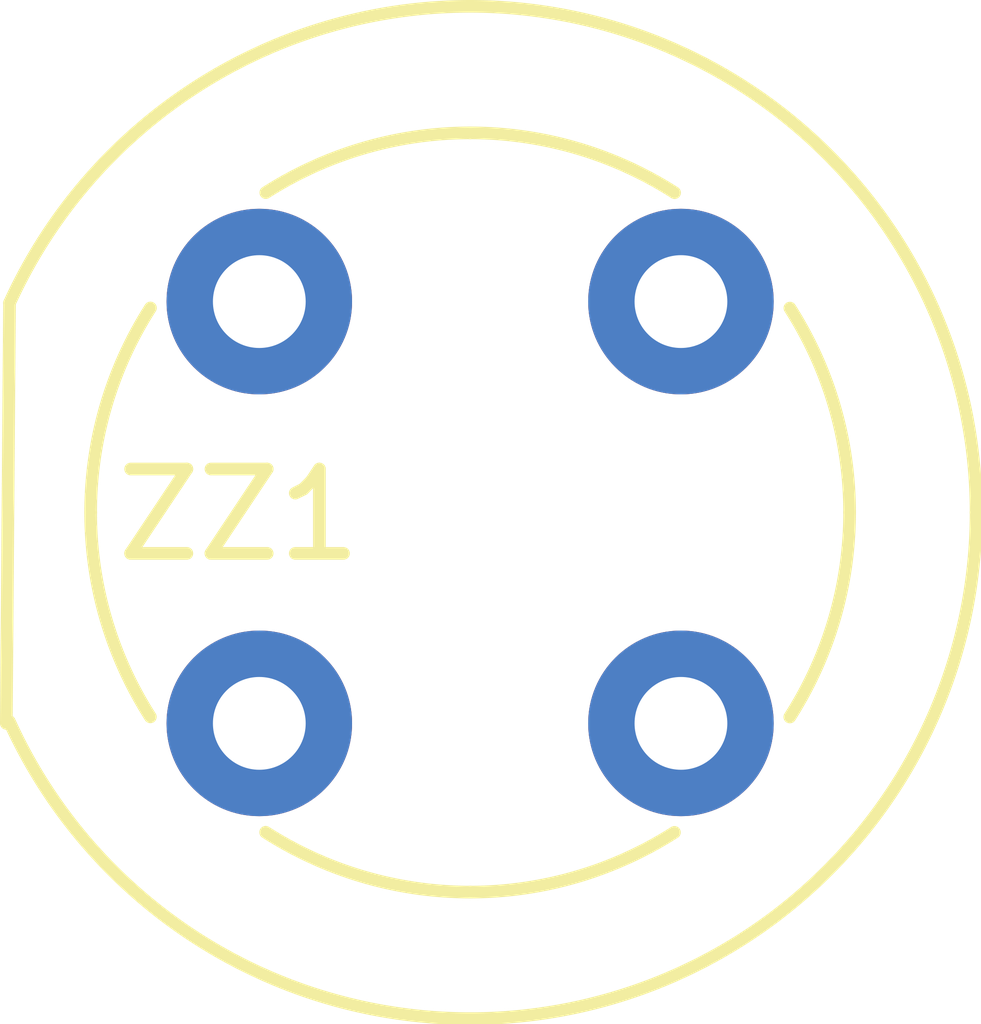
<source format=kicad_pcb>
(kicad_pcb (version 20171130) (host pcbnew "(5.1.9-0-10_14)")

  (general
    (thickness 1.6)
    (drawings 0)
    (tracks 0)
    (zones 0)
    (modules 1)
    (nets 3)
  )

  (page A4)
  (layers
    (0 F.Cu signal)
    (31 B.Cu signal)
    (32 B.Adhes user)
    (33 F.Adhes user)
    (34 B.Paste user)
    (35 F.Paste user)
    (36 B.SilkS user)
    (37 F.SilkS user)
    (38 B.Mask user)
    (39 F.Mask user)
    (40 Dwgs.User user)
    (41 Cmts.User user)
    (42 Eco1.User user)
    (43 Eco2.User user)
    (44 Edge.Cuts user)
    (45 Margin user)
    (46 B.CrtYd user hide)
    (47 F.CrtYd user hide)
    (48 B.Fab user hide)
    (49 F.Fab user hide)
  )

  (setup
    (last_trace_width 0.1524)
    (user_trace_width 0.1524)
    (user_trace_width 0.254)
    (user_trace_width 0.4064)
    (user_trace_width 0.635)
    (trace_clearance 0.1524)
    (zone_clearance 0.508)
    (zone_45_only no)
    (trace_min 0.1524)
    (via_size 0.6858)
    (via_drill 0.3048)
    (via_min_size 0.6858)
    (via_min_drill 0.3048)
    (uvia_size 0.3048)
    (uvia_drill 0.1524)
    (uvias_allowed no)
    (uvia_min_size 0.2)
    (uvia_min_drill 0.1)
    (edge_width 0.15)
    (segment_width 0.15)
    (pcb_text_width 0.3)
    (pcb_text_size 1.5 1.5)
    (mod_edge_width 0.15)
    (mod_text_size 1 1)
    (mod_text_width 0.15)
    (pad_size 1.524 1.524)
    (pad_drill 0.762)
    (pad_to_mask_clearance 0.2)
    (aux_axis_origin 0 0)
    (visible_elements FFFFFF7F)
    (pcbplotparams
      (layerselection 0x010fc_ffffffff)
      (usegerberextensions false)
      (usegerberattributes false)
      (usegerberadvancedattributes false)
      (creategerberjobfile false)
      (excludeedgelayer true)
      (linewidth 0.100000)
      (plotframeref false)
      (viasonmask false)
      (mode 1)
      (useauxorigin false)
      (hpglpennumber 1)
      (hpglpenspeed 20)
      (hpglpendiameter 15.000000)
      (psnegative false)
      (psa4output false)
      (plotreference true)
      (plotvalue true)
      (plotinvisibletext false)
      (padsonsilk false)
      (subtractmaskfromsilk false)
      (outputformat 1)
      (mirror false)
      (drillshape 1)
      (scaleselection 1)
      (outputdirectory ""))
  )

  (net 0 "")
  (net 1 +3V3)
  (net 2 "Net-(Pin0-Pad1)")

  (net_class Default "This is the default net class."
    (clearance 0.1524)
    (trace_width 0.1524)
    (via_dia 0.6858)
    (via_drill 0.3048)
    (uvia_dia 0.3048)
    (uvia_drill 0.1524)
    (diff_pair_width 0.1524)
    (diff_pair_gap 0.1524)
    (add_net +3V3)
    (add_net "Net-(Pin0-Pad1)")
  )

  (module Switch_Thonk:SW_SPST_CKD6R locked (layer F.Cu) (tedit 60B9596D) (tstamp 60B9B5C5)
    (at 0 0)
    (path /5FD27819)
    (fp_text reference ZZ1 (at -2.74 0.03) (layer F.SilkS)
      (effects (font (size 1 1) (thickness 0.15)))
    )
    (fp_text value SW_Push_Dual (at 0 -7.1) (layer F.Fab)
      (effects (font (size 1 1) (thickness 0.15)))
    )
    (fp_line (start -5.462199 -2.482818) (end -5.5 2.5) (layer F.SilkS) (width 0.15))
    (fp_arc (start 0 0) (end 4.5 0) (angle -32.57405713) (layer F.SilkS) (width 0.15))
    (fp_arc (start 0 0) (end 4.5 0) (angle 32.6) (layer F.SilkS) (width 0.15))
    (fp_arc (start 0 0) (end 0 -4.5) (angle 32.6) (layer F.SilkS) (width 0.15))
    (fp_arc (start 0 0) (end 0 -4.5) (angle -32.57405713) (layer F.SilkS) (width 0.15))
    (fp_arc (start 0 0) (end -4.5 0) (angle -32.57405713) (layer F.SilkS) (width 0.15))
    (fp_arc (start 0 0) (end -4.5 0) (angle 32.6) (layer F.SilkS) (width 0.15))
    (fp_arc (start 0 0) (end 0 4.5) (angle -32.57405713) (layer F.SilkS) (width 0.15))
    (fp_arc (start 0 0) (end 0 4.5) (angle 32.6) (layer F.SilkS) (width 0.15))
    (fp_arc (start 0 0) (end 6 0) (angle -155.5560452) (layer F.SilkS) (width 0.15))
    (fp_arc (start 0 0) (end 6 0) (angle 155.6) (layer F.SilkS) (width 0.15))
    (pad 2 thru_hole circle (at -2.5 2.5) (size 2.2 2.2) (drill 1.1) (layers *.Cu *.Mask)
      (net 2 "Net-(Pin0-Pad1)"))
    (pad 1 thru_hole circle (at -2.5 -2.5) (size 2.2 2.2) (drill 1.1) (layers *.Cu *.Mask)
      (net 1 +3V3))
    (pad 1 thru_hole circle (at 2.5 -2.5) (size 2.2 2.2) (drill 1.1) (layers *.Cu *.Mask)
      (net 1 +3V3))
    (pad 2 thru_hole circle (at 2.5 2.5) (size 2.2 2.2) (drill 1.1) (layers *.Cu *.Mask)
      (net 2 "Net-(Pin0-Pad1)"))
  )

)

</source>
